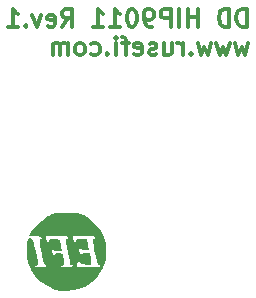
<source format=gbo>
G04 (created by PCBNEW (2013-07-07 BZR 4022)-stable) date 16/12/2013 13:18:01*
%MOIN*%
G04 Gerber Fmt 3.4, Leading zero omitted, Abs format*
%FSLAX34Y34*%
G01*
G70*
G90*
G04 APERTURE LIST*
%ADD10C,0.00393701*%
%ADD11C,0.011811*%
%ADD12C,0.0001*%
G04 APERTURE END LIST*
G54D10*
G54D11*
X36959Y-10389D02*
X36959Y-9798D01*
X36818Y-9798D01*
X36734Y-9826D01*
X36678Y-9882D01*
X36650Y-9939D01*
X36621Y-10051D01*
X36621Y-10135D01*
X36650Y-10248D01*
X36678Y-10304D01*
X36734Y-10360D01*
X36818Y-10389D01*
X36959Y-10389D01*
X36368Y-10389D02*
X36368Y-9798D01*
X36228Y-9798D01*
X36143Y-9826D01*
X36087Y-9882D01*
X36059Y-9939D01*
X36031Y-10051D01*
X36031Y-10135D01*
X36059Y-10248D01*
X36087Y-10304D01*
X36143Y-10360D01*
X36228Y-10389D01*
X36368Y-10389D01*
X35328Y-10389D02*
X35328Y-9798D01*
X35328Y-10079D02*
X34990Y-10079D01*
X34990Y-10389D02*
X34990Y-9798D01*
X34709Y-10389D02*
X34709Y-9798D01*
X34428Y-10389D02*
X34428Y-9798D01*
X34203Y-9798D01*
X34147Y-9826D01*
X34119Y-9854D01*
X34091Y-9910D01*
X34091Y-9995D01*
X34119Y-10051D01*
X34147Y-10079D01*
X34203Y-10107D01*
X34428Y-10107D01*
X33809Y-10389D02*
X33697Y-10389D01*
X33641Y-10360D01*
X33612Y-10332D01*
X33556Y-10248D01*
X33528Y-10135D01*
X33528Y-9910D01*
X33556Y-9854D01*
X33584Y-9826D01*
X33641Y-9798D01*
X33753Y-9798D01*
X33809Y-9826D01*
X33837Y-9854D01*
X33866Y-9910D01*
X33866Y-10051D01*
X33837Y-10107D01*
X33809Y-10135D01*
X33753Y-10164D01*
X33641Y-10164D01*
X33584Y-10135D01*
X33556Y-10107D01*
X33528Y-10051D01*
X33162Y-9798D02*
X33106Y-9798D01*
X33050Y-9826D01*
X33022Y-9854D01*
X32994Y-9910D01*
X32966Y-10023D01*
X32966Y-10164D01*
X32994Y-10276D01*
X33022Y-10332D01*
X33050Y-10360D01*
X33106Y-10389D01*
X33162Y-10389D01*
X33219Y-10360D01*
X33247Y-10332D01*
X33275Y-10276D01*
X33303Y-10164D01*
X33303Y-10023D01*
X33275Y-9910D01*
X33247Y-9854D01*
X33219Y-9826D01*
X33162Y-9798D01*
X32403Y-10389D02*
X32741Y-10389D01*
X32572Y-10389D02*
X32572Y-9798D01*
X32628Y-9882D01*
X32684Y-9939D01*
X32741Y-9967D01*
X31841Y-10389D02*
X32178Y-10389D01*
X32010Y-10389D02*
X32010Y-9798D01*
X32066Y-9882D01*
X32122Y-9939D01*
X32178Y-9967D01*
X30800Y-10389D02*
X30997Y-10107D01*
X31138Y-10389D02*
X31138Y-9798D01*
X30913Y-9798D01*
X30857Y-9826D01*
X30828Y-9854D01*
X30800Y-9910D01*
X30800Y-9995D01*
X30828Y-10051D01*
X30857Y-10079D01*
X30913Y-10107D01*
X31138Y-10107D01*
X30322Y-10360D02*
X30378Y-10389D01*
X30491Y-10389D01*
X30547Y-10360D01*
X30575Y-10304D01*
X30575Y-10079D01*
X30547Y-10023D01*
X30491Y-9995D01*
X30378Y-9995D01*
X30322Y-10023D01*
X30294Y-10079D01*
X30294Y-10135D01*
X30575Y-10192D01*
X30097Y-9995D02*
X29957Y-10389D01*
X29816Y-9995D01*
X29591Y-10332D02*
X29563Y-10360D01*
X29591Y-10389D01*
X29619Y-10360D01*
X29591Y-10332D01*
X29591Y-10389D01*
X29001Y-10389D02*
X29338Y-10389D01*
X29169Y-10389D02*
X29169Y-9798D01*
X29225Y-9882D01*
X29282Y-9939D01*
X29338Y-9967D01*
X37015Y-10940D02*
X36903Y-11333D01*
X36790Y-11052D01*
X36678Y-11333D01*
X36565Y-10940D01*
X36396Y-10940D02*
X36284Y-11333D01*
X36171Y-11052D01*
X36059Y-11333D01*
X35947Y-10940D01*
X35778Y-10940D02*
X35665Y-11333D01*
X35553Y-11052D01*
X35440Y-11333D01*
X35328Y-10940D01*
X35103Y-11277D02*
X35075Y-11305D01*
X35103Y-11333D01*
X35131Y-11305D01*
X35103Y-11277D01*
X35103Y-11333D01*
X34822Y-11333D02*
X34822Y-10940D01*
X34822Y-11052D02*
X34794Y-10996D01*
X34765Y-10968D01*
X34709Y-10940D01*
X34653Y-10940D01*
X34203Y-10940D02*
X34203Y-11333D01*
X34456Y-10940D02*
X34456Y-11249D01*
X34428Y-11305D01*
X34372Y-11333D01*
X34287Y-11333D01*
X34231Y-11305D01*
X34203Y-11277D01*
X33950Y-11305D02*
X33894Y-11333D01*
X33781Y-11333D01*
X33725Y-11305D01*
X33697Y-11249D01*
X33697Y-11221D01*
X33725Y-11165D01*
X33781Y-11137D01*
X33866Y-11137D01*
X33922Y-11108D01*
X33950Y-11052D01*
X33950Y-11024D01*
X33922Y-10968D01*
X33866Y-10940D01*
X33781Y-10940D01*
X33725Y-10968D01*
X33219Y-11305D02*
X33275Y-11333D01*
X33387Y-11333D01*
X33444Y-11305D01*
X33472Y-11249D01*
X33472Y-11024D01*
X33444Y-10968D01*
X33387Y-10940D01*
X33275Y-10940D01*
X33219Y-10968D01*
X33191Y-11024D01*
X33191Y-11080D01*
X33472Y-11137D01*
X33022Y-10940D02*
X32797Y-10940D01*
X32938Y-11333D02*
X32938Y-10827D01*
X32909Y-10771D01*
X32853Y-10743D01*
X32797Y-10743D01*
X32600Y-11333D02*
X32600Y-10940D01*
X32600Y-10743D02*
X32628Y-10771D01*
X32600Y-10799D01*
X32572Y-10771D01*
X32600Y-10743D01*
X32600Y-10799D01*
X32319Y-11277D02*
X32291Y-11305D01*
X32319Y-11333D01*
X32347Y-11305D01*
X32319Y-11277D01*
X32319Y-11333D01*
X31785Y-11305D02*
X31841Y-11333D01*
X31953Y-11333D01*
X32010Y-11305D01*
X32038Y-11277D01*
X32066Y-11221D01*
X32066Y-11052D01*
X32038Y-10996D01*
X32010Y-10968D01*
X31953Y-10940D01*
X31841Y-10940D01*
X31785Y-10968D01*
X31447Y-11333D02*
X31503Y-11305D01*
X31531Y-11277D01*
X31560Y-11221D01*
X31560Y-11052D01*
X31531Y-10996D01*
X31503Y-10968D01*
X31447Y-10940D01*
X31363Y-10940D01*
X31306Y-10968D01*
X31278Y-10996D01*
X31250Y-11052D01*
X31250Y-11221D01*
X31278Y-11277D01*
X31306Y-11305D01*
X31363Y-11333D01*
X31447Y-11333D01*
X30997Y-11333D02*
X30997Y-10940D01*
X30997Y-10996D02*
X30969Y-10968D01*
X30913Y-10940D01*
X30828Y-10940D01*
X30772Y-10968D01*
X30744Y-11024D01*
X30744Y-11333D01*
X30744Y-11024D02*
X30716Y-10968D01*
X30660Y-10940D01*
X30575Y-10940D01*
X30519Y-10968D01*
X30491Y-11024D01*
X30491Y-11333D01*
G54D12*
G36*
X32267Y-17883D02*
X32265Y-18050D01*
X32259Y-18169D01*
X32244Y-18258D01*
X32219Y-18335D01*
X32179Y-18420D01*
X32174Y-18430D01*
X32100Y-18546D01*
X32100Y-18367D01*
X32051Y-18335D01*
X32036Y-18333D01*
X32008Y-18300D01*
X31974Y-18202D01*
X31935Y-18038D01*
X31919Y-17958D01*
X31888Y-17803D01*
X31861Y-17668D01*
X31840Y-17569D01*
X31829Y-17525D01*
X31835Y-17476D01*
X31864Y-17467D01*
X31910Y-17441D01*
X31917Y-17417D01*
X31906Y-17394D01*
X31868Y-17380D01*
X31792Y-17371D01*
X31668Y-17367D01*
X31539Y-17367D01*
X31161Y-17367D01*
X31176Y-17467D01*
X31199Y-17537D01*
X31235Y-17566D01*
X31236Y-17567D01*
X31266Y-17543D01*
X31262Y-17516D01*
X31262Y-17488D01*
X31300Y-17473D01*
X31386Y-17467D01*
X31441Y-17467D01*
X31639Y-17467D01*
X31672Y-17650D01*
X31705Y-17833D01*
X31577Y-17833D01*
X31496Y-17825D01*
X31452Y-17806D01*
X31450Y-17800D01*
X31423Y-17770D01*
X31404Y-17767D01*
X31375Y-17785D01*
X31376Y-17850D01*
X31380Y-17872D01*
X31405Y-17940D01*
X31439Y-17988D01*
X31470Y-18002D01*
X31483Y-17970D01*
X31483Y-17969D01*
X31513Y-17946D01*
X31586Y-17934D01*
X31614Y-17933D01*
X31745Y-17933D01*
X31768Y-18118D01*
X31778Y-18222D01*
X31778Y-18298D01*
X31773Y-18321D01*
X31725Y-18333D01*
X31643Y-18327D01*
X31549Y-18309D01*
X31467Y-18284D01*
X31420Y-18256D01*
X31417Y-18247D01*
X31390Y-18205D01*
X31367Y-18200D01*
X31327Y-18230D01*
X31317Y-18300D01*
X31317Y-18400D01*
X31718Y-18400D01*
X31903Y-18397D01*
X32029Y-18390D01*
X32093Y-18377D01*
X32100Y-18367D01*
X32100Y-18546D01*
X32004Y-18698D01*
X31799Y-18910D01*
X31560Y-19065D01*
X31352Y-19146D01*
X31183Y-19179D01*
X31183Y-18367D01*
X31156Y-18337D01*
X31133Y-18333D01*
X31089Y-18327D01*
X31083Y-18321D01*
X31077Y-18286D01*
X31060Y-18198D01*
X31034Y-18070D01*
X31003Y-17916D01*
X31000Y-17900D01*
X30964Y-17723D01*
X30939Y-17602D01*
X30926Y-17526D01*
X30923Y-17485D01*
X30929Y-17468D01*
X30944Y-17465D01*
X30967Y-17467D01*
X31011Y-17440D01*
X31017Y-17417D01*
X31006Y-17394D01*
X30968Y-17380D01*
X30892Y-17371D01*
X30768Y-17367D01*
X30639Y-17367D01*
X30261Y-17367D01*
X30276Y-17467D01*
X30299Y-17537D01*
X30335Y-17566D01*
X30336Y-17567D01*
X30366Y-17543D01*
X30362Y-17517D01*
X30363Y-17487D01*
X30401Y-17472D01*
X30490Y-17467D01*
X30528Y-17467D01*
X30632Y-17471D01*
X30706Y-17483D01*
X30729Y-17493D01*
X30743Y-17540D01*
X30759Y-17628D01*
X30769Y-17693D01*
X30792Y-17867D01*
X30677Y-17867D01*
X30588Y-17856D01*
X30526Y-17829D01*
X30524Y-17827D01*
X30480Y-17800D01*
X30465Y-17833D01*
X30473Y-17908D01*
X30500Y-17967D01*
X30539Y-18000D01*
X30573Y-17998D01*
X30583Y-17967D01*
X30611Y-17942D01*
X30676Y-17933D01*
X30751Y-17940D01*
X30811Y-17961D01*
X30827Y-17979D01*
X30842Y-18038D01*
X30860Y-18134D01*
X30868Y-18179D01*
X30878Y-18274D01*
X30871Y-18320D01*
X30841Y-18333D01*
X30837Y-18333D01*
X30790Y-18350D01*
X30783Y-18367D01*
X30814Y-18384D01*
X30893Y-18396D01*
X30983Y-18400D01*
X31090Y-18395D01*
X31162Y-18382D01*
X31183Y-18367D01*
X31183Y-19179D01*
X31175Y-19181D01*
X30970Y-19195D01*
X30765Y-19188D01*
X30589Y-19160D01*
X30559Y-19151D01*
X30324Y-19047D01*
X30102Y-18893D01*
X29912Y-18702D01*
X29769Y-18489D01*
X29757Y-18464D01*
X29681Y-18258D01*
X29635Y-18027D01*
X29625Y-17805D01*
X29630Y-17744D01*
X29651Y-17610D01*
X29678Y-17502D01*
X29707Y-17432D01*
X29735Y-17413D01*
X29743Y-17421D01*
X29794Y-17463D01*
X29814Y-17472D01*
X29844Y-17513D01*
X29880Y-17619D01*
X29920Y-17785D01*
X29937Y-17868D01*
X29973Y-18051D01*
X29996Y-18178D01*
X30008Y-18260D01*
X30009Y-18306D01*
X29999Y-18327D01*
X29980Y-18333D01*
X29967Y-18333D01*
X29922Y-18351D01*
X29917Y-18367D01*
X29947Y-18384D01*
X30026Y-18396D01*
X30117Y-18400D01*
X30230Y-18394D01*
X30300Y-18378D01*
X30319Y-18356D01*
X30280Y-18332D01*
X30256Y-18325D01*
X30225Y-18303D01*
X30198Y-18249D01*
X30171Y-18151D01*
X30141Y-17999D01*
X30138Y-17980D01*
X30111Y-17828D01*
X30086Y-17693D01*
X30067Y-17592D01*
X30061Y-17558D01*
X30056Y-17490D01*
X30087Y-17467D01*
X30095Y-17466D01*
X30132Y-17446D01*
X30129Y-17416D01*
X30095Y-17386D01*
X30018Y-17370D01*
X29910Y-17366D01*
X29711Y-17367D01*
X29786Y-17242D01*
X29935Y-17041D01*
X30126Y-16858D01*
X30337Y-16714D01*
X30383Y-16690D01*
X30483Y-16642D01*
X30566Y-16612D01*
X30652Y-16594D01*
X30759Y-16586D01*
X30908Y-16584D01*
X30966Y-16584D01*
X31133Y-16586D01*
X31253Y-16592D01*
X31344Y-16607D01*
X31425Y-16634D01*
X31516Y-16675D01*
X31531Y-16682D01*
X31741Y-16815D01*
X31936Y-16993D01*
X32098Y-17196D01*
X32171Y-17322D01*
X32214Y-17415D01*
X32242Y-17496D01*
X32257Y-17585D01*
X32265Y-17701D01*
X32266Y-17863D01*
X32267Y-17883D01*
X32267Y-17883D01*
X32267Y-17883D01*
G37*
M02*

</source>
